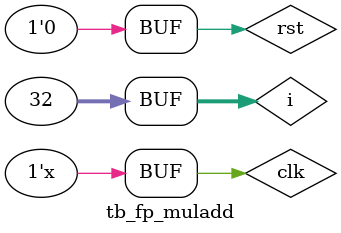
<source format=v>
`timescale 1ns / 1ps

module tb_fp_muladd #(
        parameter BITWIDTH = 32
    )();

    reg [BITWIDTH-1:0] ain;
    reg [BITWIDTH-1:0] bin;
    reg [BITWIDTH-1:0] cin;
    reg rst;
    reg clk;
    wire [BITWIDTH-1:0] res;
    wire dvalid;
    
    integer i;
    initial begin
        clk <= 0;
        rst <= 0;
        for(i = 0; i < 32; i = i+1) begin
            ain = ($urandom%2 << 31) + ($urandom%(2**8) << 23) + $urandom%(2**23);
            bin = ($urandom%2 << 31) + ($urandom%(2**8) << 23) + $urandom%(2**23);
            cin = ($urandom%2 << 31) + ($urandom%(2**8) << 23) + $urandom%(2**23);
            #20;
        end
    end
    
    always #5 clk = ~clk;
    
    floating_point_MAC UUT(
        .aclk(clk),
        .aresetn(~rst),
        .s_axis_a_tvalid(1'b1),
        .s_axis_b_tvalid(1'b1),
        .s_axis_c_tvalid(1'b1),
        .s_axis_a_tdata(ain),
        .s_axis_b_tdata(bin),
        .s_axis_c_tdata(cin),
        .m_axis_result_tvalid(dvalid), 
        .m_axis_result_tdata(res)
    );
endmodule

</source>
